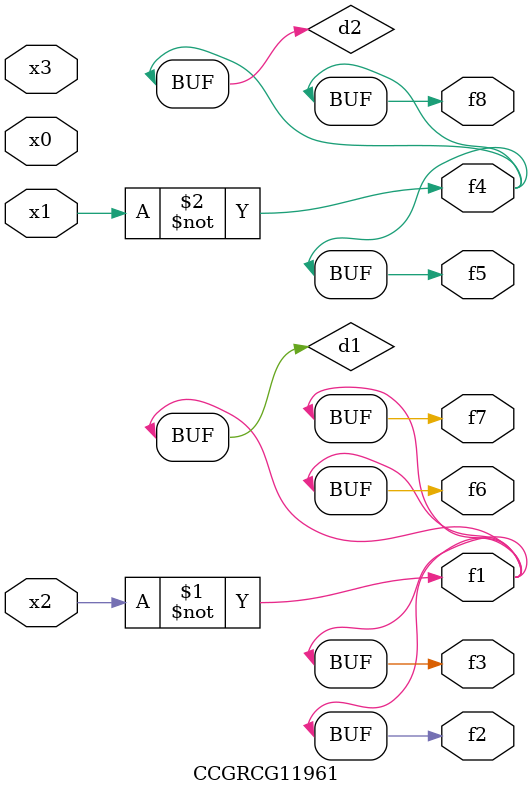
<source format=v>
module CCGRCG11961(
	input x0, x1, x2, x3,
	output f1, f2, f3, f4, f5, f6, f7, f8
);

	wire d1, d2;

	xnor (d1, x2);
	not (d2, x1);
	assign f1 = d1;
	assign f2 = d1;
	assign f3 = d1;
	assign f4 = d2;
	assign f5 = d2;
	assign f6 = d1;
	assign f7 = d1;
	assign f8 = d2;
endmodule

</source>
